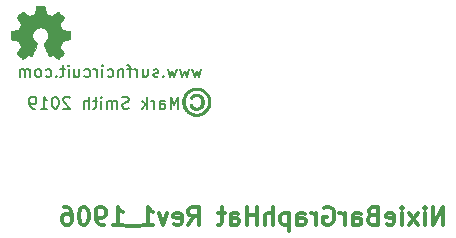
<source format=gbo>
G04 #@! TF.FileFunction,Legend,Bot*
%FSLAX46Y46*%
G04 Gerber Fmt 4.6, Leading zero omitted, Abs format (unit mm)*
G04 Created by KiCad (PCBNEW 4.0.7-e2-6376~61~ubuntu18.04.1) date Sat Feb 16 00:57:27 2019*
%MOMM*%
%LPD*%
G01*
G04 APERTURE LIST*
%ADD10C,0.100000*%
%ADD11C,0.200000*%
%ADD12C,0.300000*%
%ADD13C,0.010000*%
%ADD14C,0.002540*%
G04 APERTURE END LIST*
D10*
D11*
X121775715Y-105042381D02*
X121775715Y-104042381D01*
X121442381Y-104756667D01*
X121109048Y-104042381D01*
X121109048Y-105042381D01*
X120204286Y-105042381D02*
X120204286Y-104518571D01*
X120251905Y-104423333D01*
X120347143Y-104375714D01*
X120537620Y-104375714D01*
X120632858Y-104423333D01*
X120204286Y-104994762D02*
X120299524Y-105042381D01*
X120537620Y-105042381D01*
X120632858Y-104994762D01*
X120680477Y-104899524D01*
X120680477Y-104804286D01*
X120632858Y-104709048D01*
X120537620Y-104661429D01*
X120299524Y-104661429D01*
X120204286Y-104613810D01*
X119728096Y-105042381D02*
X119728096Y-104375714D01*
X119728096Y-104566190D02*
X119680477Y-104470952D01*
X119632858Y-104423333D01*
X119537620Y-104375714D01*
X119442381Y-104375714D01*
X119109048Y-105042381D02*
X119109048Y-104042381D01*
X119013810Y-104661429D02*
X118728095Y-105042381D01*
X118728095Y-104375714D02*
X119109048Y-104756667D01*
X117585238Y-104994762D02*
X117442381Y-105042381D01*
X117204285Y-105042381D01*
X117109047Y-104994762D01*
X117061428Y-104947143D01*
X117013809Y-104851905D01*
X117013809Y-104756667D01*
X117061428Y-104661429D01*
X117109047Y-104613810D01*
X117204285Y-104566190D01*
X117394762Y-104518571D01*
X117490000Y-104470952D01*
X117537619Y-104423333D01*
X117585238Y-104328095D01*
X117585238Y-104232857D01*
X117537619Y-104137619D01*
X117490000Y-104090000D01*
X117394762Y-104042381D01*
X117156666Y-104042381D01*
X117013809Y-104090000D01*
X116585238Y-105042381D02*
X116585238Y-104375714D01*
X116585238Y-104470952D02*
X116537619Y-104423333D01*
X116442381Y-104375714D01*
X116299523Y-104375714D01*
X116204285Y-104423333D01*
X116156666Y-104518571D01*
X116156666Y-105042381D01*
X116156666Y-104518571D02*
X116109047Y-104423333D01*
X116013809Y-104375714D01*
X115870952Y-104375714D01*
X115775714Y-104423333D01*
X115728095Y-104518571D01*
X115728095Y-105042381D01*
X115251905Y-105042381D02*
X115251905Y-104375714D01*
X115251905Y-104042381D02*
X115299524Y-104090000D01*
X115251905Y-104137619D01*
X115204286Y-104090000D01*
X115251905Y-104042381D01*
X115251905Y-104137619D01*
X114918572Y-104375714D02*
X114537620Y-104375714D01*
X114775715Y-104042381D02*
X114775715Y-104899524D01*
X114728096Y-104994762D01*
X114632858Y-105042381D01*
X114537620Y-105042381D01*
X114204286Y-105042381D02*
X114204286Y-104042381D01*
X113775714Y-105042381D02*
X113775714Y-104518571D01*
X113823333Y-104423333D01*
X113918571Y-104375714D01*
X114061429Y-104375714D01*
X114156667Y-104423333D01*
X114204286Y-104470952D01*
X112585238Y-104137619D02*
X112537619Y-104090000D01*
X112442381Y-104042381D01*
X112204285Y-104042381D01*
X112109047Y-104090000D01*
X112061428Y-104137619D01*
X112013809Y-104232857D01*
X112013809Y-104328095D01*
X112061428Y-104470952D01*
X112632857Y-105042381D01*
X112013809Y-105042381D01*
X111394762Y-104042381D02*
X111299523Y-104042381D01*
X111204285Y-104090000D01*
X111156666Y-104137619D01*
X111109047Y-104232857D01*
X111061428Y-104423333D01*
X111061428Y-104661429D01*
X111109047Y-104851905D01*
X111156666Y-104947143D01*
X111204285Y-104994762D01*
X111299523Y-105042381D01*
X111394762Y-105042381D01*
X111490000Y-104994762D01*
X111537619Y-104947143D01*
X111585238Y-104851905D01*
X111632857Y-104661429D01*
X111632857Y-104423333D01*
X111585238Y-104232857D01*
X111537619Y-104137619D01*
X111490000Y-104090000D01*
X111394762Y-104042381D01*
X110109047Y-105042381D02*
X110680476Y-105042381D01*
X110394762Y-105042381D02*
X110394762Y-104042381D01*
X110490000Y-104185238D01*
X110585238Y-104280476D01*
X110680476Y-104328095D01*
X109632857Y-105042381D02*
X109442381Y-105042381D01*
X109347142Y-104994762D01*
X109299523Y-104947143D01*
X109204285Y-104804286D01*
X109156666Y-104613810D01*
X109156666Y-104232857D01*
X109204285Y-104137619D01*
X109251904Y-104090000D01*
X109347142Y-104042381D01*
X109537619Y-104042381D01*
X109632857Y-104090000D01*
X109680476Y-104137619D01*
X109728095Y-104232857D01*
X109728095Y-104470952D01*
X109680476Y-104566190D01*
X109632857Y-104613810D01*
X109537619Y-104661429D01*
X109347142Y-104661429D01*
X109251904Y-104613810D01*
X109204285Y-104566190D01*
X109156666Y-104470952D01*
X123728095Y-101705714D02*
X123537619Y-102372381D01*
X123347142Y-101896190D01*
X123156666Y-102372381D01*
X122966190Y-101705714D01*
X122680476Y-101705714D02*
X122490000Y-102372381D01*
X122299523Y-101896190D01*
X122109047Y-102372381D01*
X121918571Y-101705714D01*
X121632857Y-101705714D02*
X121442381Y-102372381D01*
X121251904Y-101896190D01*
X121061428Y-102372381D01*
X120870952Y-101705714D01*
X120490000Y-102277143D02*
X120442381Y-102324762D01*
X120490000Y-102372381D01*
X120537619Y-102324762D01*
X120490000Y-102277143D01*
X120490000Y-102372381D01*
X120061429Y-102324762D02*
X119966191Y-102372381D01*
X119775715Y-102372381D01*
X119680476Y-102324762D01*
X119632857Y-102229524D01*
X119632857Y-102181905D01*
X119680476Y-102086667D01*
X119775715Y-102039048D01*
X119918572Y-102039048D01*
X120013810Y-101991429D01*
X120061429Y-101896190D01*
X120061429Y-101848571D01*
X120013810Y-101753333D01*
X119918572Y-101705714D01*
X119775715Y-101705714D01*
X119680476Y-101753333D01*
X118775714Y-101705714D02*
X118775714Y-102372381D01*
X119204286Y-101705714D02*
X119204286Y-102229524D01*
X119156667Y-102324762D01*
X119061429Y-102372381D01*
X118918571Y-102372381D01*
X118823333Y-102324762D01*
X118775714Y-102277143D01*
X118299524Y-102372381D02*
X118299524Y-101705714D01*
X118299524Y-101896190D02*
X118251905Y-101800952D01*
X118204286Y-101753333D01*
X118109048Y-101705714D01*
X118013809Y-101705714D01*
X117823333Y-101705714D02*
X117442381Y-101705714D01*
X117680476Y-102372381D02*
X117680476Y-101515238D01*
X117632857Y-101420000D01*
X117537619Y-101372381D01*
X117442381Y-101372381D01*
X117109047Y-101705714D02*
X117109047Y-102372381D01*
X117109047Y-101800952D02*
X117061428Y-101753333D01*
X116966190Y-101705714D01*
X116823332Y-101705714D01*
X116728094Y-101753333D01*
X116680475Y-101848571D01*
X116680475Y-102372381D01*
X115775713Y-102324762D02*
X115870951Y-102372381D01*
X116061428Y-102372381D01*
X116156666Y-102324762D01*
X116204285Y-102277143D01*
X116251904Y-102181905D01*
X116251904Y-101896190D01*
X116204285Y-101800952D01*
X116156666Y-101753333D01*
X116061428Y-101705714D01*
X115870951Y-101705714D01*
X115775713Y-101753333D01*
X115347142Y-102372381D02*
X115347142Y-101705714D01*
X115347142Y-101372381D02*
X115394761Y-101420000D01*
X115347142Y-101467619D01*
X115299523Y-101420000D01*
X115347142Y-101372381D01*
X115347142Y-101467619D01*
X114870952Y-102372381D02*
X114870952Y-101705714D01*
X114870952Y-101896190D02*
X114823333Y-101800952D01*
X114775714Y-101753333D01*
X114680476Y-101705714D01*
X114585237Y-101705714D01*
X113823332Y-102324762D02*
X113918570Y-102372381D01*
X114109047Y-102372381D01*
X114204285Y-102324762D01*
X114251904Y-102277143D01*
X114299523Y-102181905D01*
X114299523Y-101896190D01*
X114251904Y-101800952D01*
X114204285Y-101753333D01*
X114109047Y-101705714D01*
X113918570Y-101705714D01*
X113823332Y-101753333D01*
X112966189Y-101705714D02*
X112966189Y-102372381D01*
X113394761Y-101705714D02*
X113394761Y-102229524D01*
X113347142Y-102324762D01*
X113251904Y-102372381D01*
X113109046Y-102372381D01*
X113013808Y-102324762D01*
X112966189Y-102277143D01*
X112489999Y-102372381D02*
X112489999Y-101705714D01*
X112489999Y-101372381D02*
X112537618Y-101420000D01*
X112489999Y-101467619D01*
X112442380Y-101420000D01*
X112489999Y-101372381D01*
X112489999Y-101467619D01*
X112156666Y-101705714D02*
X111775714Y-101705714D01*
X112013809Y-101372381D02*
X112013809Y-102229524D01*
X111966190Y-102324762D01*
X111870952Y-102372381D01*
X111775714Y-102372381D01*
X111442380Y-102277143D02*
X111394761Y-102324762D01*
X111442380Y-102372381D01*
X111489999Y-102324762D01*
X111442380Y-102277143D01*
X111442380Y-102372381D01*
X110537618Y-102324762D02*
X110632856Y-102372381D01*
X110823333Y-102372381D01*
X110918571Y-102324762D01*
X110966190Y-102277143D01*
X111013809Y-102181905D01*
X111013809Y-101896190D01*
X110966190Y-101800952D01*
X110918571Y-101753333D01*
X110823333Y-101705714D01*
X110632856Y-101705714D01*
X110537618Y-101753333D01*
X109966190Y-102372381D02*
X110061428Y-102324762D01*
X110109047Y-102277143D01*
X110156666Y-102181905D01*
X110156666Y-101896190D01*
X110109047Y-101800952D01*
X110061428Y-101753333D01*
X109966190Y-101705714D01*
X109823332Y-101705714D01*
X109728094Y-101753333D01*
X109680475Y-101800952D01*
X109632856Y-101896190D01*
X109632856Y-102181905D01*
X109680475Y-102277143D01*
X109728094Y-102324762D01*
X109823332Y-102372381D01*
X109966190Y-102372381D01*
X109204285Y-102372381D02*
X109204285Y-101705714D01*
X109204285Y-101800952D02*
X109156666Y-101753333D01*
X109061428Y-101705714D01*
X108918570Y-101705714D01*
X108823332Y-101753333D01*
X108775713Y-101848571D01*
X108775713Y-102372381D01*
X108775713Y-101848571D02*
X108728094Y-101753333D01*
X108632856Y-101705714D01*
X108489999Y-101705714D01*
X108394761Y-101753333D01*
X108347142Y-101848571D01*
X108347142Y-102372381D01*
D12*
X144197142Y-114868571D02*
X144197142Y-113368571D01*
X143339999Y-114868571D01*
X143339999Y-113368571D01*
X142625713Y-114868571D02*
X142625713Y-113868571D01*
X142625713Y-113368571D02*
X142697142Y-113440000D01*
X142625713Y-113511429D01*
X142554285Y-113440000D01*
X142625713Y-113368571D01*
X142625713Y-113511429D01*
X142054284Y-114868571D02*
X141268570Y-113868571D01*
X142054284Y-113868571D02*
X141268570Y-114868571D01*
X140697141Y-114868571D02*
X140697141Y-113868571D01*
X140697141Y-113368571D02*
X140768570Y-113440000D01*
X140697141Y-113511429D01*
X140625713Y-113440000D01*
X140697141Y-113368571D01*
X140697141Y-113511429D01*
X139411427Y-114797143D02*
X139554284Y-114868571D01*
X139839998Y-114868571D01*
X139982855Y-114797143D01*
X140054284Y-114654286D01*
X140054284Y-114082857D01*
X139982855Y-113940000D01*
X139839998Y-113868571D01*
X139554284Y-113868571D01*
X139411427Y-113940000D01*
X139339998Y-114082857D01*
X139339998Y-114225714D01*
X140054284Y-114368571D01*
X138197141Y-114082857D02*
X137982855Y-114154286D01*
X137911427Y-114225714D01*
X137839998Y-114368571D01*
X137839998Y-114582857D01*
X137911427Y-114725714D01*
X137982855Y-114797143D01*
X138125713Y-114868571D01*
X138697141Y-114868571D01*
X138697141Y-113368571D01*
X138197141Y-113368571D01*
X138054284Y-113440000D01*
X137982855Y-113511429D01*
X137911427Y-113654286D01*
X137911427Y-113797143D01*
X137982855Y-113940000D01*
X138054284Y-114011429D01*
X138197141Y-114082857D01*
X138697141Y-114082857D01*
X136554284Y-114868571D02*
X136554284Y-114082857D01*
X136625713Y-113940000D01*
X136768570Y-113868571D01*
X137054284Y-113868571D01*
X137197141Y-113940000D01*
X136554284Y-114797143D02*
X136697141Y-114868571D01*
X137054284Y-114868571D01*
X137197141Y-114797143D01*
X137268570Y-114654286D01*
X137268570Y-114511429D01*
X137197141Y-114368571D01*
X137054284Y-114297143D01*
X136697141Y-114297143D01*
X136554284Y-114225714D01*
X135839998Y-114868571D02*
X135839998Y-113868571D01*
X135839998Y-114154286D02*
X135768570Y-114011429D01*
X135697141Y-113940000D01*
X135554284Y-113868571D01*
X135411427Y-113868571D01*
X134125713Y-113440000D02*
X134268570Y-113368571D01*
X134482856Y-113368571D01*
X134697141Y-113440000D01*
X134839999Y-113582857D01*
X134911427Y-113725714D01*
X134982856Y-114011429D01*
X134982856Y-114225714D01*
X134911427Y-114511429D01*
X134839999Y-114654286D01*
X134697141Y-114797143D01*
X134482856Y-114868571D01*
X134339999Y-114868571D01*
X134125713Y-114797143D01*
X134054284Y-114725714D01*
X134054284Y-114225714D01*
X134339999Y-114225714D01*
X133411427Y-114868571D02*
X133411427Y-113868571D01*
X133411427Y-114154286D02*
X133339999Y-114011429D01*
X133268570Y-113940000D01*
X133125713Y-113868571D01*
X132982856Y-113868571D01*
X131839999Y-114868571D02*
X131839999Y-114082857D01*
X131911428Y-113940000D01*
X132054285Y-113868571D01*
X132339999Y-113868571D01*
X132482856Y-113940000D01*
X131839999Y-114797143D02*
X131982856Y-114868571D01*
X132339999Y-114868571D01*
X132482856Y-114797143D01*
X132554285Y-114654286D01*
X132554285Y-114511429D01*
X132482856Y-114368571D01*
X132339999Y-114297143D01*
X131982856Y-114297143D01*
X131839999Y-114225714D01*
X131125713Y-113868571D02*
X131125713Y-115368571D01*
X131125713Y-113940000D02*
X130982856Y-113868571D01*
X130697142Y-113868571D01*
X130554285Y-113940000D01*
X130482856Y-114011429D01*
X130411427Y-114154286D01*
X130411427Y-114582857D01*
X130482856Y-114725714D01*
X130554285Y-114797143D01*
X130697142Y-114868571D01*
X130982856Y-114868571D01*
X131125713Y-114797143D01*
X129768570Y-114868571D02*
X129768570Y-113368571D01*
X129125713Y-114868571D02*
X129125713Y-114082857D01*
X129197142Y-113940000D01*
X129339999Y-113868571D01*
X129554284Y-113868571D01*
X129697142Y-113940000D01*
X129768570Y-114011429D01*
X128411427Y-114868571D02*
X128411427Y-113368571D01*
X128411427Y-114082857D02*
X127554284Y-114082857D01*
X127554284Y-114868571D02*
X127554284Y-113368571D01*
X126197141Y-114868571D02*
X126197141Y-114082857D01*
X126268570Y-113940000D01*
X126411427Y-113868571D01*
X126697141Y-113868571D01*
X126839998Y-113940000D01*
X126197141Y-114797143D02*
X126339998Y-114868571D01*
X126697141Y-114868571D01*
X126839998Y-114797143D01*
X126911427Y-114654286D01*
X126911427Y-114511429D01*
X126839998Y-114368571D01*
X126697141Y-114297143D01*
X126339998Y-114297143D01*
X126197141Y-114225714D01*
X125697141Y-113868571D02*
X125125712Y-113868571D01*
X125482855Y-113368571D02*
X125482855Y-114654286D01*
X125411427Y-114797143D01*
X125268569Y-114868571D01*
X125125712Y-114868571D01*
X122625712Y-114868571D02*
X123125712Y-114154286D01*
X123482855Y-114868571D02*
X123482855Y-113368571D01*
X122911427Y-113368571D01*
X122768569Y-113440000D01*
X122697141Y-113511429D01*
X122625712Y-113654286D01*
X122625712Y-113868571D01*
X122697141Y-114011429D01*
X122768569Y-114082857D01*
X122911427Y-114154286D01*
X123482855Y-114154286D01*
X121411427Y-114797143D02*
X121554284Y-114868571D01*
X121839998Y-114868571D01*
X121982855Y-114797143D01*
X122054284Y-114654286D01*
X122054284Y-114082857D01*
X121982855Y-113940000D01*
X121839998Y-113868571D01*
X121554284Y-113868571D01*
X121411427Y-113940000D01*
X121339998Y-114082857D01*
X121339998Y-114225714D01*
X122054284Y-114368571D01*
X120839998Y-113868571D02*
X120482855Y-114868571D01*
X120125713Y-113868571D01*
X118768570Y-114868571D02*
X119625713Y-114868571D01*
X119197141Y-114868571D02*
X119197141Y-113368571D01*
X119339998Y-113582857D01*
X119482856Y-113725714D01*
X119625713Y-113797143D01*
X118482856Y-115011429D02*
X117339999Y-115011429D01*
X116197142Y-114868571D02*
X117054285Y-114868571D01*
X116625713Y-114868571D02*
X116625713Y-113368571D01*
X116768570Y-113582857D01*
X116911428Y-113725714D01*
X117054285Y-113797143D01*
X115482857Y-114868571D02*
X115197142Y-114868571D01*
X115054285Y-114797143D01*
X114982857Y-114725714D01*
X114839999Y-114511429D01*
X114768571Y-114225714D01*
X114768571Y-113654286D01*
X114839999Y-113511429D01*
X114911428Y-113440000D01*
X115054285Y-113368571D01*
X115339999Y-113368571D01*
X115482857Y-113440000D01*
X115554285Y-113511429D01*
X115625714Y-113654286D01*
X115625714Y-114011429D01*
X115554285Y-114154286D01*
X115482857Y-114225714D01*
X115339999Y-114297143D01*
X115054285Y-114297143D01*
X114911428Y-114225714D01*
X114839999Y-114154286D01*
X114768571Y-114011429D01*
X113840000Y-113368571D02*
X113697143Y-113368571D01*
X113554286Y-113440000D01*
X113482857Y-113511429D01*
X113411428Y-113654286D01*
X113340000Y-113940000D01*
X113340000Y-114297143D01*
X113411428Y-114582857D01*
X113482857Y-114725714D01*
X113554286Y-114797143D01*
X113697143Y-114868571D01*
X113840000Y-114868571D01*
X113982857Y-114797143D01*
X114054286Y-114725714D01*
X114125714Y-114582857D01*
X114197143Y-114297143D01*
X114197143Y-113940000D01*
X114125714Y-113654286D01*
X114054286Y-113511429D01*
X113982857Y-113440000D01*
X113840000Y-113368571D01*
X112054286Y-113368571D02*
X112340000Y-113368571D01*
X112482857Y-113440000D01*
X112554286Y-113511429D01*
X112697143Y-113725714D01*
X112768572Y-114011429D01*
X112768572Y-114582857D01*
X112697143Y-114725714D01*
X112625715Y-114797143D01*
X112482857Y-114868571D01*
X112197143Y-114868571D01*
X112054286Y-114797143D01*
X111982857Y-114725714D01*
X111911429Y-114582857D01*
X111911429Y-114225714D01*
X111982857Y-114082857D01*
X112054286Y-114011429D01*
X112197143Y-113940000D01*
X112482857Y-113940000D01*
X112625715Y-114011429D01*
X112697143Y-114082857D01*
X112768572Y-114225714D01*
D13*
G36*
X123243583Y-103268083D02*
X123170366Y-103270580D01*
X123103919Y-103275378D01*
X123048170Y-103282501D01*
X123028714Y-103286229D01*
X122996100Y-103295099D01*
X122952646Y-103309393D01*
X122902895Y-103327460D01*
X122851391Y-103347651D01*
X122802700Y-103368306D01*
X122767805Y-103384814D01*
X122727419Y-103405489D01*
X122685181Y-103428286D01*
X122644733Y-103451162D01*
X122609715Y-103472073D01*
X122583769Y-103488975D01*
X122573116Y-103497180D01*
X122561875Y-103506962D01*
X122542348Y-103523653D01*
X122523577Y-103539567D01*
X122432911Y-103626192D01*
X122349820Y-103725696D01*
X122276782Y-103834811D01*
X122222544Y-103936712D01*
X122175116Y-104047547D01*
X122140581Y-104152220D01*
X122118030Y-104254377D01*
X122106553Y-104357664D01*
X122104711Y-104408548D01*
X122103815Y-104449096D01*
X122102417Y-104483951D01*
X122100711Y-104509327D01*
X122098946Y-104521307D01*
X122099011Y-104534077D01*
X122101572Y-104537010D01*
X122105436Y-104547297D01*
X122107397Y-104568597D01*
X122107407Y-104582316D01*
X122108318Y-104608572D01*
X122111948Y-104628330D01*
X122114420Y-104633513D01*
X122119337Y-104646464D01*
X122118274Y-104650710D01*
X122117212Y-104664241D01*
X122121039Y-104690466D01*
X122128963Y-104726127D01*
X122140196Y-104767964D01*
X122153947Y-104812718D01*
X122166091Y-104848047D01*
X122205984Y-104945802D01*
X122254974Y-105045865D01*
X122308935Y-105139962D01*
X122321436Y-105159614D01*
X122362780Y-105215838D01*
X122415197Y-105275758D01*
X122474652Y-105335418D01*
X122537114Y-105390863D01*
X122598547Y-105438136D01*
X122620536Y-105452974D01*
X122678381Y-105487629D01*
X122744786Y-105523059D01*
X122814242Y-105556610D01*
X122881240Y-105585626D01*
X122940269Y-105607451D01*
X122942400Y-105608141D01*
X123048446Y-105635439D01*
X123163291Y-105652801D01*
X123281787Y-105659896D01*
X123398784Y-105656388D01*
X123497372Y-105644097D01*
X123587612Y-105623292D01*
X123686563Y-105591473D01*
X123791068Y-105549703D01*
X123832699Y-105530923D01*
X123922965Y-105484108D01*
X124002587Y-105431873D01*
X124076933Y-105370915D01*
X124102526Y-105347840D01*
X124123513Y-105328928D01*
X124136560Y-105317182D01*
X124138776Y-105315193D01*
X124180815Y-105272505D01*
X124225960Y-105217852D01*
X124271460Y-105155158D01*
X124314564Y-105088344D01*
X124352521Y-105021335D01*
X124371086Y-104983941D01*
X124395202Y-104930920D01*
X124413811Y-104885816D01*
X124428626Y-104843360D01*
X124441363Y-104798284D01*
X124453736Y-104745321D01*
X124462835Y-104702018D01*
X124472649Y-104650893D01*
X124479281Y-104606883D01*
X124483299Y-104563960D01*
X124484996Y-104522715D01*
X124287384Y-104522715D01*
X124285649Y-104558038D01*
X124281615Y-104592777D01*
X124274889Y-104632368D01*
X124268419Y-104665634D01*
X124257558Y-104718622D01*
X124248138Y-104759515D01*
X124238632Y-104792889D01*
X124227512Y-104823321D01*
X124213250Y-104855387D01*
X124194320Y-104893663D01*
X124188495Y-104905099D01*
X124147726Y-104980351D01*
X124107616Y-105043962D01*
X124064736Y-105100721D01*
X124015656Y-105155421D01*
X123992800Y-105178508D01*
X123896213Y-105261967D01*
X123789048Y-105332548D01*
X123672330Y-105389713D01*
X123547079Y-105432920D01*
X123480033Y-105449453D01*
X123415993Y-105459284D01*
X123341799Y-105464307D01*
X123263531Y-105464527D01*
X123187269Y-105459949D01*
X123119094Y-105450579D01*
X123111733Y-105449130D01*
X123062181Y-105438416D01*
X123018979Y-105427400D01*
X122979018Y-105414795D01*
X122939183Y-105399315D01*
X122896365Y-105379675D01*
X122847451Y-105354588D01*
X122789330Y-105322767D01*
X122743433Y-105296895D01*
X122674134Y-105249679D01*
X122605666Y-105188188D01*
X122539988Y-105115044D01*
X122479063Y-105032869D01*
X122424850Y-104944282D01*
X122379310Y-104851906D01*
X122347213Y-104767234D01*
X122326751Y-104698478D01*
X122312845Y-104637082D01*
X122304697Y-104577104D01*
X122301506Y-104512600D01*
X122302476Y-104437626D01*
X122302566Y-104435004D01*
X122304809Y-104386019D01*
X122307913Y-104338980D01*
X122311515Y-104298422D01*
X122315250Y-104268877D01*
X122316363Y-104262741D01*
X122341630Y-104168687D01*
X122378665Y-104071599D01*
X122425289Y-103975584D01*
X122479323Y-103884746D01*
X122538588Y-103803193D01*
X122591619Y-103744069D01*
X122651118Y-103691626D01*
X122722608Y-103639477D01*
X122801486Y-103590308D01*
X122883149Y-103546804D01*
X122962993Y-103511650D01*
X123027066Y-103490041D01*
X123084841Y-103477355D01*
X123153353Y-103467715D01*
X123227421Y-103461408D01*
X123301864Y-103458718D01*
X123371501Y-103459932D01*
X123431153Y-103465335D01*
X123442495Y-103467127D01*
X123474986Y-103472464D01*
X123505845Y-103477039D01*
X123518133Y-103478639D01*
X123556966Y-103486972D01*
X123606409Y-103503270D01*
X123663041Y-103526021D01*
X123723443Y-103553709D01*
X123784192Y-103584822D01*
X123841868Y-103617845D01*
X123864026Y-103631709D01*
X123948508Y-103695443D01*
X124027198Y-103773162D01*
X124098447Y-103862433D01*
X124160608Y-103960822D01*
X124212032Y-104065897D01*
X124251072Y-104175225D01*
X124263216Y-104221134D01*
X124269747Y-104249458D01*
X124274525Y-104273344D01*
X124277971Y-104296702D01*
X124280504Y-104323441D01*
X124282546Y-104357473D01*
X124284518Y-104402707D01*
X124285525Y-104428567D01*
X124287211Y-104481371D01*
X124287384Y-104522715D01*
X124484996Y-104522715D01*
X124485269Y-104516098D01*
X124485758Y-104458200D01*
X124484022Y-104374679D01*
X124478995Y-104306042D01*
X124472009Y-104259234D01*
X124465052Y-104224232D01*
X124459025Y-104193063D01*
X124455049Y-104171538D01*
X124454608Y-104168960D01*
X124448013Y-104144410D01*
X124441397Y-104128743D01*
X124435616Y-104115277D01*
X124435964Y-104111067D01*
X124436153Y-104103890D01*
X124430910Y-104084716D01*
X124421538Y-104057085D01*
X124409343Y-104024535D01*
X124395630Y-103990606D01*
X124381704Y-103958836D01*
X124373515Y-103941734D01*
X124304319Y-103817966D01*
X124227205Y-103708088D01*
X124140521Y-103610256D01*
X124042616Y-103522630D01*
X123931840Y-103443368D01*
X123920099Y-103435899D01*
X123870142Y-103407479D01*
X123809196Y-103377477D01*
X123742582Y-103348143D01*
X123675623Y-103321730D01*
X123613640Y-103300490D01*
X123573759Y-103289343D01*
X123525603Y-103280667D01*
X123464579Y-103274180D01*
X123394617Y-103269906D01*
X123319642Y-103267866D01*
X123243583Y-103268083D01*
X123243583Y-103268083D01*
G37*
X123243583Y-103268083D02*
X123170366Y-103270580D01*
X123103919Y-103275378D01*
X123048170Y-103282501D01*
X123028714Y-103286229D01*
X122996100Y-103295099D01*
X122952646Y-103309393D01*
X122902895Y-103327460D01*
X122851391Y-103347651D01*
X122802700Y-103368306D01*
X122767805Y-103384814D01*
X122727419Y-103405489D01*
X122685181Y-103428286D01*
X122644733Y-103451162D01*
X122609715Y-103472073D01*
X122583769Y-103488975D01*
X122573116Y-103497180D01*
X122561875Y-103506962D01*
X122542348Y-103523653D01*
X122523577Y-103539567D01*
X122432911Y-103626192D01*
X122349820Y-103725696D01*
X122276782Y-103834811D01*
X122222544Y-103936712D01*
X122175116Y-104047547D01*
X122140581Y-104152220D01*
X122118030Y-104254377D01*
X122106553Y-104357664D01*
X122104711Y-104408548D01*
X122103815Y-104449096D01*
X122102417Y-104483951D01*
X122100711Y-104509327D01*
X122098946Y-104521307D01*
X122099011Y-104534077D01*
X122101572Y-104537010D01*
X122105436Y-104547297D01*
X122107397Y-104568597D01*
X122107407Y-104582316D01*
X122108318Y-104608572D01*
X122111948Y-104628330D01*
X122114420Y-104633513D01*
X122119337Y-104646464D01*
X122118274Y-104650710D01*
X122117212Y-104664241D01*
X122121039Y-104690466D01*
X122128963Y-104726127D01*
X122140196Y-104767964D01*
X122153947Y-104812718D01*
X122166091Y-104848047D01*
X122205984Y-104945802D01*
X122254974Y-105045865D01*
X122308935Y-105139962D01*
X122321436Y-105159614D01*
X122362780Y-105215838D01*
X122415197Y-105275758D01*
X122474652Y-105335418D01*
X122537114Y-105390863D01*
X122598547Y-105438136D01*
X122620536Y-105452974D01*
X122678381Y-105487629D01*
X122744786Y-105523059D01*
X122814242Y-105556610D01*
X122881240Y-105585626D01*
X122940269Y-105607451D01*
X122942400Y-105608141D01*
X123048446Y-105635439D01*
X123163291Y-105652801D01*
X123281787Y-105659896D01*
X123398784Y-105656388D01*
X123497372Y-105644097D01*
X123587612Y-105623292D01*
X123686563Y-105591473D01*
X123791068Y-105549703D01*
X123832699Y-105530923D01*
X123922965Y-105484108D01*
X124002587Y-105431873D01*
X124076933Y-105370915D01*
X124102526Y-105347840D01*
X124123513Y-105328928D01*
X124136560Y-105317182D01*
X124138776Y-105315193D01*
X124180815Y-105272505D01*
X124225960Y-105217852D01*
X124271460Y-105155158D01*
X124314564Y-105088344D01*
X124352521Y-105021335D01*
X124371086Y-104983941D01*
X124395202Y-104930920D01*
X124413811Y-104885816D01*
X124428626Y-104843360D01*
X124441363Y-104798284D01*
X124453736Y-104745321D01*
X124462835Y-104702018D01*
X124472649Y-104650893D01*
X124479281Y-104606883D01*
X124483299Y-104563960D01*
X124484996Y-104522715D01*
X124287384Y-104522715D01*
X124285649Y-104558038D01*
X124281615Y-104592777D01*
X124274889Y-104632368D01*
X124268419Y-104665634D01*
X124257558Y-104718622D01*
X124248138Y-104759515D01*
X124238632Y-104792889D01*
X124227512Y-104823321D01*
X124213250Y-104855387D01*
X124194320Y-104893663D01*
X124188495Y-104905099D01*
X124147726Y-104980351D01*
X124107616Y-105043962D01*
X124064736Y-105100721D01*
X124015656Y-105155421D01*
X123992800Y-105178508D01*
X123896213Y-105261967D01*
X123789048Y-105332548D01*
X123672330Y-105389713D01*
X123547079Y-105432920D01*
X123480033Y-105449453D01*
X123415993Y-105459284D01*
X123341799Y-105464307D01*
X123263531Y-105464527D01*
X123187269Y-105459949D01*
X123119094Y-105450579D01*
X123111733Y-105449130D01*
X123062181Y-105438416D01*
X123018979Y-105427400D01*
X122979018Y-105414795D01*
X122939183Y-105399315D01*
X122896365Y-105379675D01*
X122847451Y-105354588D01*
X122789330Y-105322767D01*
X122743433Y-105296895D01*
X122674134Y-105249679D01*
X122605666Y-105188188D01*
X122539988Y-105115044D01*
X122479063Y-105032869D01*
X122424850Y-104944282D01*
X122379310Y-104851906D01*
X122347213Y-104767234D01*
X122326751Y-104698478D01*
X122312845Y-104637082D01*
X122304697Y-104577104D01*
X122301506Y-104512600D01*
X122302476Y-104437626D01*
X122302566Y-104435004D01*
X122304809Y-104386019D01*
X122307913Y-104338980D01*
X122311515Y-104298422D01*
X122315250Y-104268877D01*
X122316363Y-104262741D01*
X122341630Y-104168687D01*
X122378665Y-104071599D01*
X122425289Y-103975584D01*
X122479323Y-103884746D01*
X122538588Y-103803193D01*
X122591619Y-103744069D01*
X122651118Y-103691626D01*
X122722608Y-103639477D01*
X122801486Y-103590308D01*
X122883149Y-103546804D01*
X122962993Y-103511650D01*
X123027066Y-103490041D01*
X123084841Y-103477355D01*
X123153353Y-103467715D01*
X123227421Y-103461408D01*
X123301864Y-103458718D01*
X123371501Y-103459932D01*
X123431153Y-103465335D01*
X123442495Y-103467127D01*
X123474986Y-103472464D01*
X123505845Y-103477039D01*
X123518133Y-103478639D01*
X123556966Y-103486972D01*
X123606409Y-103503270D01*
X123663041Y-103526021D01*
X123723443Y-103553709D01*
X123784192Y-103584822D01*
X123841868Y-103617845D01*
X123864026Y-103631709D01*
X123948508Y-103695443D01*
X124027198Y-103773162D01*
X124098447Y-103862433D01*
X124160608Y-103960822D01*
X124212032Y-104065897D01*
X124251072Y-104175225D01*
X124263216Y-104221134D01*
X124269747Y-104249458D01*
X124274525Y-104273344D01*
X124277971Y-104296702D01*
X124280504Y-104323441D01*
X124282546Y-104357473D01*
X124284518Y-104402707D01*
X124285525Y-104428567D01*
X124287211Y-104481371D01*
X124287384Y-104522715D01*
X124484996Y-104522715D01*
X124485269Y-104516098D01*
X124485758Y-104458200D01*
X124484022Y-104374679D01*
X124478995Y-104306042D01*
X124472009Y-104259234D01*
X124465052Y-104224232D01*
X124459025Y-104193063D01*
X124455049Y-104171538D01*
X124454608Y-104168960D01*
X124448013Y-104144410D01*
X124441397Y-104128743D01*
X124435616Y-104115277D01*
X124435964Y-104111067D01*
X124436153Y-104103890D01*
X124430910Y-104084716D01*
X124421538Y-104057085D01*
X124409343Y-104024535D01*
X124395630Y-103990606D01*
X124381704Y-103958836D01*
X124373515Y-103941734D01*
X124304319Y-103817966D01*
X124227205Y-103708088D01*
X124140521Y-103610256D01*
X124042616Y-103522630D01*
X123931840Y-103443368D01*
X123920099Y-103435899D01*
X123870142Y-103407479D01*
X123809196Y-103377477D01*
X123742582Y-103348143D01*
X123675623Y-103321730D01*
X123613640Y-103300490D01*
X123573759Y-103289343D01*
X123525603Y-103280667D01*
X123464579Y-103274180D01*
X123394617Y-103269906D01*
X123319642Y-103267866D01*
X123243583Y-103268083D01*
G36*
X123183135Y-103793796D02*
X123134612Y-103800873D01*
X123045540Y-103827702D01*
X122963831Y-103869263D01*
X122890978Y-103924407D01*
X122828473Y-103991981D01*
X122777809Y-104070837D01*
X122773491Y-104079220D01*
X122758002Y-104110889D01*
X122746433Y-104136398D01*
X122740260Y-104152376D01*
X122739808Y-104156034D01*
X122749451Y-104159577D01*
X122771174Y-104166067D01*
X122800633Y-104174330D01*
X122833485Y-104183193D01*
X122865384Y-104191483D01*
X122891988Y-104198028D01*
X122908533Y-104201584D01*
X122921601Y-104201620D01*
X122932564Y-104194357D01*
X122944910Y-104176631D01*
X122954104Y-104160264D01*
X122998488Y-104094911D01*
X123053292Y-104042814D01*
X123118037Y-104004270D01*
X123192242Y-103979577D01*
X123261656Y-103969748D01*
X123325697Y-103969527D01*
X123385726Y-103976852D01*
X123437696Y-103990951D01*
X123477107Y-104010738D01*
X123494026Y-104021567D01*
X123504285Y-104026385D01*
X123504526Y-104026400D01*
X123517324Y-104032518D01*
X123537486Y-104048732D01*
X123561907Y-104071830D01*
X123587477Y-104098601D01*
X123611091Y-104125835D01*
X123629640Y-104150320D01*
X123638106Y-104164427D01*
X123660014Y-104211677D01*
X123672812Y-104245622D01*
X123676136Y-104259234D01*
X123679719Y-104277254D01*
X123685653Y-104303909D01*
X123689079Y-104318500D01*
X123694803Y-104354884D01*
X123698212Y-104403131D01*
X123699362Y-104458335D01*
X123698310Y-104515593D01*
X123695113Y-104570002D01*
X123689827Y-104616656D01*
X123685362Y-104640234D01*
X123671535Y-104693916D01*
X123657921Y-104735462D01*
X123642637Y-104769537D01*
X123623800Y-104800807D01*
X123616091Y-104811852D01*
X123565802Y-104867958D01*
X123505349Y-104910612D01*
X123435036Y-104939675D01*
X123355165Y-104955007D01*
X123300930Y-104957555D01*
X123217511Y-104949765D01*
X123141041Y-104927326D01*
X123072804Y-104891014D01*
X123014083Y-104841609D01*
X122966159Y-104779887D01*
X122945397Y-104742073D01*
X122931807Y-104712495D01*
X122921761Y-104688101D01*
X122917118Y-104673459D01*
X122917000Y-104672223D01*
X122912654Y-104664158D01*
X122898233Y-104662194D01*
X122871665Y-104666365D01*
X122842916Y-104673435D01*
X122818477Y-104679437D01*
X122802332Y-104682438D01*
X122798466Y-104682233D01*
X122791569Y-104683232D01*
X122774295Y-104689385D01*
X122766716Y-104692464D01*
X122746401Y-104700536D01*
X122734160Y-104704611D01*
X122732850Y-104704732D01*
X122723730Y-104704545D01*
X122722098Y-104716902D01*
X122727914Y-104742968D01*
X122731204Y-104753951D01*
X122741935Y-104784429D01*
X122755652Y-104817863D01*
X122770568Y-104850543D01*
X122784897Y-104878758D01*
X122796851Y-104898801D01*
X122804643Y-104906961D01*
X122804938Y-104906992D01*
X122812984Y-104913442D01*
X122826047Y-104929656D01*
X122832333Y-104938659D01*
X122852089Y-104964283D01*
X122874123Y-104987596D01*
X122878523Y-104991518D01*
X122901432Y-105011382D01*
X122922874Y-105030587D01*
X122923917Y-105031546D01*
X122943285Y-105046486D01*
X122960277Y-105055400D01*
X122973443Y-105062687D01*
X122976266Y-105067631D01*
X122983831Y-105074415D01*
X123004163Y-105084420D01*
X123033716Y-105096320D01*
X123068945Y-105108792D01*
X123106306Y-105120509D01*
X123142254Y-105130146D01*
X123145600Y-105130936D01*
X123177983Y-105136103D01*
X123221884Y-105139937D01*
X123271927Y-105142285D01*
X123322737Y-105142991D01*
X123368940Y-105141904D01*
X123405161Y-105138869D01*
X123408066Y-105138446D01*
X123450729Y-105129587D01*
X123499191Y-105115941D01*
X123547362Y-105099526D01*
X123589151Y-105082365D01*
X123611266Y-105071035D01*
X123688033Y-105016985D01*
X123758057Y-104949653D01*
X123795158Y-104904450D01*
X123815182Y-104876956D01*
X123830570Y-104854438D01*
X123838979Y-104840388D01*
X123839866Y-104837847D01*
X123843317Y-104827228D01*
X123852342Y-104806131D01*
X123864316Y-104780530D01*
X123876284Y-104754562D01*
X123884000Y-104735328D01*
X123885795Y-104727084D01*
X123886263Y-104718014D01*
X123890566Y-104697668D01*
X123895720Y-104677940D01*
X123903358Y-104639610D01*
X123909085Y-104588864D01*
X123912802Y-104530124D01*
X123914411Y-104467811D01*
X123913813Y-104406345D01*
X123910909Y-104350148D01*
X123905601Y-104303640D01*
X123904246Y-104295907D01*
X123896231Y-104257983D01*
X123887256Y-104222422D01*
X123878952Y-104195535D01*
X123877018Y-104190537D01*
X123867616Y-104165969D01*
X123861279Y-104145695D01*
X123860587Y-104142618D01*
X123850943Y-104115790D01*
X123831999Y-104080804D01*
X123806344Y-104041560D01*
X123776566Y-104001956D01*
X123745256Y-103965894D01*
X123738840Y-103959249D01*
X123674576Y-103904420D01*
X123598591Y-103858852D01*
X123509249Y-103821598D01*
X123488500Y-103814698D01*
X123439499Y-103803098D01*
X123379175Y-103795001D01*
X123312816Y-103790614D01*
X123245707Y-103790144D01*
X123183135Y-103793796D01*
X123183135Y-103793796D01*
G37*
X123183135Y-103793796D02*
X123134612Y-103800873D01*
X123045540Y-103827702D01*
X122963831Y-103869263D01*
X122890978Y-103924407D01*
X122828473Y-103991981D01*
X122777809Y-104070837D01*
X122773491Y-104079220D01*
X122758002Y-104110889D01*
X122746433Y-104136398D01*
X122740260Y-104152376D01*
X122739808Y-104156034D01*
X122749451Y-104159577D01*
X122771174Y-104166067D01*
X122800633Y-104174330D01*
X122833485Y-104183193D01*
X122865384Y-104191483D01*
X122891988Y-104198028D01*
X122908533Y-104201584D01*
X122921601Y-104201620D01*
X122932564Y-104194357D01*
X122944910Y-104176631D01*
X122954104Y-104160264D01*
X122998488Y-104094911D01*
X123053292Y-104042814D01*
X123118037Y-104004270D01*
X123192242Y-103979577D01*
X123261656Y-103969748D01*
X123325697Y-103969527D01*
X123385726Y-103976852D01*
X123437696Y-103990951D01*
X123477107Y-104010738D01*
X123494026Y-104021567D01*
X123504285Y-104026385D01*
X123504526Y-104026400D01*
X123517324Y-104032518D01*
X123537486Y-104048732D01*
X123561907Y-104071830D01*
X123587477Y-104098601D01*
X123611091Y-104125835D01*
X123629640Y-104150320D01*
X123638106Y-104164427D01*
X123660014Y-104211677D01*
X123672812Y-104245622D01*
X123676136Y-104259234D01*
X123679719Y-104277254D01*
X123685653Y-104303909D01*
X123689079Y-104318500D01*
X123694803Y-104354884D01*
X123698212Y-104403131D01*
X123699362Y-104458335D01*
X123698310Y-104515593D01*
X123695113Y-104570002D01*
X123689827Y-104616656D01*
X123685362Y-104640234D01*
X123671535Y-104693916D01*
X123657921Y-104735462D01*
X123642637Y-104769537D01*
X123623800Y-104800807D01*
X123616091Y-104811852D01*
X123565802Y-104867958D01*
X123505349Y-104910612D01*
X123435036Y-104939675D01*
X123355165Y-104955007D01*
X123300930Y-104957555D01*
X123217511Y-104949765D01*
X123141041Y-104927326D01*
X123072804Y-104891014D01*
X123014083Y-104841609D01*
X122966159Y-104779887D01*
X122945397Y-104742073D01*
X122931807Y-104712495D01*
X122921761Y-104688101D01*
X122917118Y-104673459D01*
X122917000Y-104672223D01*
X122912654Y-104664158D01*
X122898233Y-104662194D01*
X122871665Y-104666365D01*
X122842916Y-104673435D01*
X122818477Y-104679437D01*
X122802332Y-104682438D01*
X122798466Y-104682233D01*
X122791569Y-104683232D01*
X122774295Y-104689385D01*
X122766716Y-104692464D01*
X122746401Y-104700536D01*
X122734160Y-104704611D01*
X122732850Y-104704732D01*
X122723730Y-104704545D01*
X122722098Y-104716902D01*
X122727914Y-104742968D01*
X122731204Y-104753951D01*
X122741935Y-104784429D01*
X122755652Y-104817863D01*
X122770568Y-104850543D01*
X122784897Y-104878758D01*
X122796851Y-104898801D01*
X122804643Y-104906961D01*
X122804938Y-104906992D01*
X122812984Y-104913442D01*
X122826047Y-104929656D01*
X122832333Y-104938659D01*
X122852089Y-104964283D01*
X122874123Y-104987596D01*
X122878523Y-104991518D01*
X122901432Y-105011382D01*
X122922874Y-105030587D01*
X122923917Y-105031546D01*
X122943285Y-105046486D01*
X122960277Y-105055400D01*
X122973443Y-105062687D01*
X122976266Y-105067631D01*
X122983831Y-105074415D01*
X123004163Y-105084420D01*
X123033716Y-105096320D01*
X123068945Y-105108792D01*
X123106306Y-105120509D01*
X123142254Y-105130146D01*
X123145600Y-105130936D01*
X123177983Y-105136103D01*
X123221884Y-105139937D01*
X123271927Y-105142285D01*
X123322737Y-105142991D01*
X123368940Y-105141904D01*
X123405161Y-105138869D01*
X123408066Y-105138446D01*
X123450729Y-105129587D01*
X123499191Y-105115941D01*
X123547362Y-105099526D01*
X123589151Y-105082365D01*
X123611266Y-105071035D01*
X123688033Y-105016985D01*
X123758057Y-104949653D01*
X123795158Y-104904450D01*
X123815182Y-104876956D01*
X123830570Y-104854438D01*
X123838979Y-104840388D01*
X123839866Y-104837847D01*
X123843317Y-104827228D01*
X123852342Y-104806131D01*
X123864316Y-104780530D01*
X123876284Y-104754562D01*
X123884000Y-104735328D01*
X123885795Y-104727084D01*
X123886263Y-104718014D01*
X123890566Y-104697668D01*
X123895720Y-104677940D01*
X123903358Y-104639610D01*
X123909085Y-104588864D01*
X123912802Y-104530124D01*
X123914411Y-104467811D01*
X123913813Y-104406345D01*
X123910909Y-104350148D01*
X123905601Y-104303640D01*
X123904246Y-104295907D01*
X123896231Y-104257983D01*
X123887256Y-104222422D01*
X123878952Y-104195535D01*
X123877018Y-104190537D01*
X123867616Y-104165969D01*
X123861279Y-104145695D01*
X123860587Y-104142618D01*
X123850943Y-104115790D01*
X123831999Y-104080804D01*
X123806344Y-104041560D01*
X123776566Y-104001956D01*
X123745256Y-103965894D01*
X123738840Y-103959249D01*
X123674576Y-103904420D01*
X123598591Y-103858852D01*
X123509249Y-103821598D01*
X123488500Y-103814698D01*
X123439499Y-103803098D01*
X123379175Y-103795001D01*
X123312816Y-103790614D01*
X123245707Y-103790144D01*
X123183135Y-103793796D01*
D14*
G36*
X111603840Y-100835360D02*
X111578440Y-100820120D01*
X111520020Y-100784560D01*
X111436200Y-100728680D01*
X111337140Y-100662640D01*
X111238080Y-100596600D01*
X111156800Y-100543260D01*
X111100920Y-100505160D01*
X111075520Y-100492460D01*
X111062820Y-100497540D01*
X111017100Y-100520400D01*
X110948520Y-100555960D01*
X110907880Y-100576280D01*
X110846920Y-100601680D01*
X110813900Y-100609300D01*
X110808820Y-100599140D01*
X110785960Y-100550880D01*
X110750400Y-100469600D01*
X110704680Y-100360380D01*
X110648800Y-100233380D01*
X110592920Y-100098760D01*
X110534500Y-99959060D01*
X110478620Y-99824440D01*
X110430360Y-99705060D01*
X110389720Y-99608540D01*
X110364320Y-99539960D01*
X110354160Y-99512020D01*
X110356700Y-99504400D01*
X110389720Y-99473920D01*
X110443060Y-99433280D01*
X110562440Y-99336760D01*
X110679280Y-99191980D01*
X110750400Y-99026880D01*
X110773260Y-98841460D01*
X110752940Y-98671280D01*
X110686900Y-98508720D01*
X110572600Y-98361400D01*
X110432900Y-98252180D01*
X110270340Y-98183600D01*
X110090000Y-98160740D01*
X109917280Y-98181060D01*
X109749640Y-98247100D01*
X109602320Y-98358860D01*
X109538820Y-98429980D01*
X109452460Y-98579840D01*
X109404200Y-98737320D01*
X109399120Y-98777960D01*
X109406740Y-98953220D01*
X109457540Y-99123400D01*
X109551520Y-99273260D01*
X109681060Y-99397720D01*
X109696300Y-99407880D01*
X109754720Y-99453600D01*
X109795360Y-99484080D01*
X109825840Y-99509480D01*
X109602320Y-100047960D01*
X109566760Y-100131780D01*
X109505800Y-100279100D01*
X109452460Y-100406100D01*
X109409280Y-100507700D01*
X109378800Y-100573740D01*
X109366100Y-100601680D01*
X109366100Y-100604220D01*
X109345780Y-100606760D01*
X109305140Y-100591520D01*
X109228940Y-100555960D01*
X109180680Y-100530560D01*
X109122260Y-100502620D01*
X109096860Y-100492460D01*
X109074000Y-100505160D01*
X109020660Y-100540720D01*
X108939380Y-100594060D01*
X108842860Y-100657560D01*
X108751420Y-100721060D01*
X108667600Y-100776940D01*
X108606640Y-100815040D01*
X108576160Y-100832820D01*
X108571080Y-100832820D01*
X108545680Y-100817580D01*
X108497420Y-100776940D01*
X108423760Y-100708360D01*
X108319620Y-100604220D01*
X108304380Y-100588980D01*
X108218020Y-100502620D01*
X108149440Y-100428960D01*
X108103720Y-100378160D01*
X108085940Y-100355300D01*
X108085940Y-100355300D01*
X108101180Y-100324820D01*
X108139280Y-100263860D01*
X108195160Y-100177500D01*
X108263740Y-100078440D01*
X108441540Y-99819360D01*
X108345020Y-99575520D01*
X108314540Y-99499320D01*
X108276440Y-99410420D01*
X108248500Y-99344380D01*
X108233260Y-99316440D01*
X108207860Y-99306280D01*
X108139280Y-99291040D01*
X108042760Y-99270720D01*
X107928460Y-99250400D01*
X107816700Y-99230080D01*
X107717640Y-99209760D01*
X107646520Y-99197060D01*
X107613500Y-99189440D01*
X107605880Y-99184360D01*
X107598260Y-99169120D01*
X107595720Y-99136100D01*
X107593180Y-99075140D01*
X107590640Y-98981160D01*
X107590640Y-98841460D01*
X107590640Y-98826220D01*
X107593180Y-98696680D01*
X107595720Y-98590000D01*
X107598260Y-98523960D01*
X107603340Y-98496020D01*
X107603340Y-98496020D01*
X107633820Y-98488400D01*
X107704940Y-98473160D01*
X107804000Y-98455380D01*
X107923380Y-98432520D01*
X107931000Y-98429980D01*
X108047840Y-98407120D01*
X108146900Y-98386800D01*
X108218020Y-98371560D01*
X108245960Y-98361400D01*
X108253580Y-98353780D01*
X108276440Y-98308060D01*
X108309460Y-98234400D01*
X108350100Y-98145500D01*
X108388200Y-98051520D01*
X108421220Y-97967700D01*
X108444080Y-97906740D01*
X108451700Y-97878800D01*
X108449160Y-97876260D01*
X108431380Y-97848320D01*
X108390740Y-97787360D01*
X108334860Y-97703540D01*
X108266280Y-97601940D01*
X108261200Y-97594320D01*
X108192620Y-97495260D01*
X108136740Y-97408900D01*
X108101180Y-97350480D01*
X108085940Y-97322540D01*
X108085940Y-97320000D01*
X108108800Y-97289520D01*
X108159600Y-97233640D01*
X108233260Y-97157440D01*
X108319620Y-97068540D01*
X108347560Y-97043140D01*
X108446620Y-96946620D01*
X108512660Y-96885660D01*
X108555840Y-96852640D01*
X108576160Y-96845020D01*
X108576160Y-96845020D01*
X108606640Y-96862800D01*
X108670140Y-96903440D01*
X108753960Y-96961860D01*
X108855560Y-97030440D01*
X108863180Y-97035520D01*
X108962240Y-97104100D01*
X109046060Y-97159980D01*
X109104480Y-97200620D01*
X109132420Y-97215860D01*
X109134960Y-97215860D01*
X109175600Y-97203160D01*
X109246720Y-97177760D01*
X109335620Y-97144740D01*
X109427060Y-97106640D01*
X109510880Y-97071080D01*
X109574380Y-97043140D01*
X109604860Y-97025360D01*
X109604860Y-97025360D01*
X109615020Y-96989800D01*
X109632800Y-96913600D01*
X109653120Y-96812000D01*
X109678520Y-96690080D01*
X109681060Y-96669760D01*
X109703920Y-96550380D01*
X109721700Y-96451320D01*
X109736940Y-96382740D01*
X109744560Y-96354800D01*
X109759800Y-96352260D01*
X109818220Y-96347180D01*
X109907120Y-96344640D01*
X110016340Y-96344640D01*
X110128100Y-96344640D01*
X110237320Y-96347180D01*
X110331300Y-96349720D01*
X110399880Y-96354800D01*
X110427820Y-96359880D01*
X110427820Y-96362420D01*
X110437980Y-96400520D01*
X110455760Y-96474180D01*
X110476080Y-96578320D01*
X110498940Y-96700240D01*
X110504020Y-96723100D01*
X110526880Y-96839940D01*
X110547200Y-96939000D01*
X110559900Y-97005040D01*
X110567520Y-97032980D01*
X110580220Y-97038060D01*
X110628480Y-97058380D01*
X110707220Y-97091400D01*
X110806280Y-97132040D01*
X111034880Y-97223480D01*
X111316820Y-97032980D01*
X111342220Y-97015200D01*
X111443820Y-96946620D01*
X111525100Y-96890740D01*
X111583520Y-96852640D01*
X111606380Y-96839940D01*
X111608920Y-96839940D01*
X111636860Y-96865340D01*
X111692740Y-96918680D01*
X111768940Y-96992340D01*
X111857840Y-97078700D01*
X111921340Y-97144740D01*
X112000080Y-97223480D01*
X112048340Y-97276820D01*
X112076280Y-97309840D01*
X112083900Y-97330160D01*
X112081360Y-97345400D01*
X112063580Y-97373340D01*
X112022940Y-97434300D01*
X111964520Y-97520660D01*
X111895940Y-97619720D01*
X111840060Y-97703540D01*
X111779100Y-97797520D01*
X111741000Y-97863560D01*
X111725760Y-97896580D01*
X111730840Y-97909280D01*
X111748620Y-97965160D01*
X111784180Y-98048980D01*
X111824820Y-98148040D01*
X111923880Y-98369020D01*
X112068660Y-98396960D01*
X112157560Y-98414740D01*
X112279480Y-98437600D01*
X112398860Y-98460460D01*
X112581740Y-98496020D01*
X112589360Y-99171660D01*
X112561420Y-99184360D01*
X112533480Y-99191980D01*
X112464900Y-99207220D01*
X112368380Y-99227540D01*
X112251540Y-99247860D01*
X112155020Y-99265640D01*
X112055960Y-99285960D01*
X111984840Y-99298660D01*
X111954360Y-99306280D01*
X111944200Y-99316440D01*
X111921340Y-99364700D01*
X111885780Y-99440900D01*
X111845140Y-99532340D01*
X111807040Y-99626320D01*
X111771480Y-99715220D01*
X111748620Y-99781260D01*
X111738460Y-99814280D01*
X111751160Y-99842220D01*
X111789260Y-99900640D01*
X111842600Y-99981920D01*
X111911180Y-100080980D01*
X111977220Y-100177500D01*
X112035640Y-100261320D01*
X112073740Y-100322280D01*
X112091520Y-100350220D01*
X112081360Y-100368000D01*
X112043260Y-100416260D01*
X111969600Y-100492460D01*
X111857840Y-100601680D01*
X111840060Y-100619460D01*
X111753700Y-100703280D01*
X111680040Y-100771860D01*
X111626700Y-100817580D01*
X111603840Y-100835360D01*
X111603840Y-100835360D01*
G37*
X111603840Y-100835360D02*
X111578440Y-100820120D01*
X111520020Y-100784560D01*
X111436200Y-100728680D01*
X111337140Y-100662640D01*
X111238080Y-100596600D01*
X111156800Y-100543260D01*
X111100920Y-100505160D01*
X111075520Y-100492460D01*
X111062820Y-100497540D01*
X111017100Y-100520400D01*
X110948520Y-100555960D01*
X110907880Y-100576280D01*
X110846920Y-100601680D01*
X110813900Y-100609300D01*
X110808820Y-100599140D01*
X110785960Y-100550880D01*
X110750400Y-100469600D01*
X110704680Y-100360380D01*
X110648800Y-100233380D01*
X110592920Y-100098760D01*
X110534500Y-99959060D01*
X110478620Y-99824440D01*
X110430360Y-99705060D01*
X110389720Y-99608540D01*
X110364320Y-99539960D01*
X110354160Y-99512020D01*
X110356700Y-99504400D01*
X110389720Y-99473920D01*
X110443060Y-99433280D01*
X110562440Y-99336760D01*
X110679280Y-99191980D01*
X110750400Y-99026880D01*
X110773260Y-98841460D01*
X110752940Y-98671280D01*
X110686900Y-98508720D01*
X110572600Y-98361400D01*
X110432900Y-98252180D01*
X110270340Y-98183600D01*
X110090000Y-98160740D01*
X109917280Y-98181060D01*
X109749640Y-98247100D01*
X109602320Y-98358860D01*
X109538820Y-98429980D01*
X109452460Y-98579840D01*
X109404200Y-98737320D01*
X109399120Y-98777960D01*
X109406740Y-98953220D01*
X109457540Y-99123400D01*
X109551520Y-99273260D01*
X109681060Y-99397720D01*
X109696300Y-99407880D01*
X109754720Y-99453600D01*
X109795360Y-99484080D01*
X109825840Y-99509480D01*
X109602320Y-100047960D01*
X109566760Y-100131780D01*
X109505800Y-100279100D01*
X109452460Y-100406100D01*
X109409280Y-100507700D01*
X109378800Y-100573740D01*
X109366100Y-100601680D01*
X109366100Y-100604220D01*
X109345780Y-100606760D01*
X109305140Y-100591520D01*
X109228940Y-100555960D01*
X109180680Y-100530560D01*
X109122260Y-100502620D01*
X109096860Y-100492460D01*
X109074000Y-100505160D01*
X109020660Y-100540720D01*
X108939380Y-100594060D01*
X108842860Y-100657560D01*
X108751420Y-100721060D01*
X108667600Y-100776940D01*
X108606640Y-100815040D01*
X108576160Y-100832820D01*
X108571080Y-100832820D01*
X108545680Y-100817580D01*
X108497420Y-100776940D01*
X108423760Y-100708360D01*
X108319620Y-100604220D01*
X108304380Y-100588980D01*
X108218020Y-100502620D01*
X108149440Y-100428960D01*
X108103720Y-100378160D01*
X108085940Y-100355300D01*
X108085940Y-100355300D01*
X108101180Y-100324820D01*
X108139280Y-100263860D01*
X108195160Y-100177500D01*
X108263740Y-100078440D01*
X108441540Y-99819360D01*
X108345020Y-99575520D01*
X108314540Y-99499320D01*
X108276440Y-99410420D01*
X108248500Y-99344380D01*
X108233260Y-99316440D01*
X108207860Y-99306280D01*
X108139280Y-99291040D01*
X108042760Y-99270720D01*
X107928460Y-99250400D01*
X107816700Y-99230080D01*
X107717640Y-99209760D01*
X107646520Y-99197060D01*
X107613500Y-99189440D01*
X107605880Y-99184360D01*
X107598260Y-99169120D01*
X107595720Y-99136100D01*
X107593180Y-99075140D01*
X107590640Y-98981160D01*
X107590640Y-98841460D01*
X107590640Y-98826220D01*
X107593180Y-98696680D01*
X107595720Y-98590000D01*
X107598260Y-98523960D01*
X107603340Y-98496020D01*
X107603340Y-98496020D01*
X107633820Y-98488400D01*
X107704940Y-98473160D01*
X107804000Y-98455380D01*
X107923380Y-98432520D01*
X107931000Y-98429980D01*
X108047840Y-98407120D01*
X108146900Y-98386800D01*
X108218020Y-98371560D01*
X108245960Y-98361400D01*
X108253580Y-98353780D01*
X108276440Y-98308060D01*
X108309460Y-98234400D01*
X108350100Y-98145500D01*
X108388200Y-98051520D01*
X108421220Y-97967700D01*
X108444080Y-97906740D01*
X108451700Y-97878800D01*
X108449160Y-97876260D01*
X108431380Y-97848320D01*
X108390740Y-97787360D01*
X108334860Y-97703540D01*
X108266280Y-97601940D01*
X108261200Y-97594320D01*
X108192620Y-97495260D01*
X108136740Y-97408900D01*
X108101180Y-97350480D01*
X108085940Y-97322540D01*
X108085940Y-97320000D01*
X108108800Y-97289520D01*
X108159600Y-97233640D01*
X108233260Y-97157440D01*
X108319620Y-97068540D01*
X108347560Y-97043140D01*
X108446620Y-96946620D01*
X108512660Y-96885660D01*
X108555840Y-96852640D01*
X108576160Y-96845020D01*
X108576160Y-96845020D01*
X108606640Y-96862800D01*
X108670140Y-96903440D01*
X108753960Y-96961860D01*
X108855560Y-97030440D01*
X108863180Y-97035520D01*
X108962240Y-97104100D01*
X109046060Y-97159980D01*
X109104480Y-97200620D01*
X109132420Y-97215860D01*
X109134960Y-97215860D01*
X109175600Y-97203160D01*
X109246720Y-97177760D01*
X109335620Y-97144740D01*
X109427060Y-97106640D01*
X109510880Y-97071080D01*
X109574380Y-97043140D01*
X109604860Y-97025360D01*
X109604860Y-97025360D01*
X109615020Y-96989800D01*
X109632800Y-96913600D01*
X109653120Y-96812000D01*
X109678520Y-96690080D01*
X109681060Y-96669760D01*
X109703920Y-96550380D01*
X109721700Y-96451320D01*
X109736940Y-96382740D01*
X109744560Y-96354800D01*
X109759800Y-96352260D01*
X109818220Y-96347180D01*
X109907120Y-96344640D01*
X110016340Y-96344640D01*
X110128100Y-96344640D01*
X110237320Y-96347180D01*
X110331300Y-96349720D01*
X110399880Y-96354800D01*
X110427820Y-96359880D01*
X110427820Y-96362420D01*
X110437980Y-96400520D01*
X110455760Y-96474180D01*
X110476080Y-96578320D01*
X110498940Y-96700240D01*
X110504020Y-96723100D01*
X110526880Y-96839940D01*
X110547200Y-96939000D01*
X110559900Y-97005040D01*
X110567520Y-97032980D01*
X110580220Y-97038060D01*
X110628480Y-97058380D01*
X110707220Y-97091400D01*
X110806280Y-97132040D01*
X111034880Y-97223480D01*
X111316820Y-97032980D01*
X111342220Y-97015200D01*
X111443820Y-96946620D01*
X111525100Y-96890740D01*
X111583520Y-96852640D01*
X111606380Y-96839940D01*
X111608920Y-96839940D01*
X111636860Y-96865340D01*
X111692740Y-96918680D01*
X111768940Y-96992340D01*
X111857840Y-97078700D01*
X111921340Y-97144740D01*
X112000080Y-97223480D01*
X112048340Y-97276820D01*
X112076280Y-97309840D01*
X112083900Y-97330160D01*
X112081360Y-97345400D01*
X112063580Y-97373340D01*
X112022940Y-97434300D01*
X111964520Y-97520660D01*
X111895940Y-97619720D01*
X111840060Y-97703540D01*
X111779100Y-97797520D01*
X111741000Y-97863560D01*
X111725760Y-97896580D01*
X111730840Y-97909280D01*
X111748620Y-97965160D01*
X111784180Y-98048980D01*
X111824820Y-98148040D01*
X111923880Y-98369020D01*
X112068660Y-98396960D01*
X112157560Y-98414740D01*
X112279480Y-98437600D01*
X112398860Y-98460460D01*
X112581740Y-98496020D01*
X112589360Y-99171660D01*
X112561420Y-99184360D01*
X112533480Y-99191980D01*
X112464900Y-99207220D01*
X112368380Y-99227540D01*
X112251540Y-99247860D01*
X112155020Y-99265640D01*
X112055960Y-99285960D01*
X111984840Y-99298660D01*
X111954360Y-99306280D01*
X111944200Y-99316440D01*
X111921340Y-99364700D01*
X111885780Y-99440900D01*
X111845140Y-99532340D01*
X111807040Y-99626320D01*
X111771480Y-99715220D01*
X111748620Y-99781260D01*
X111738460Y-99814280D01*
X111751160Y-99842220D01*
X111789260Y-99900640D01*
X111842600Y-99981920D01*
X111911180Y-100080980D01*
X111977220Y-100177500D01*
X112035640Y-100261320D01*
X112073740Y-100322280D01*
X112091520Y-100350220D01*
X112081360Y-100368000D01*
X112043260Y-100416260D01*
X111969600Y-100492460D01*
X111857840Y-100601680D01*
X111840060Y-100619460D01*
X111753700Y-100703280D01*
X111680040Y-100771860D01*
X111626700Y-100817580D01*
X111603840Y-100835360D01*
M02*

</source>
